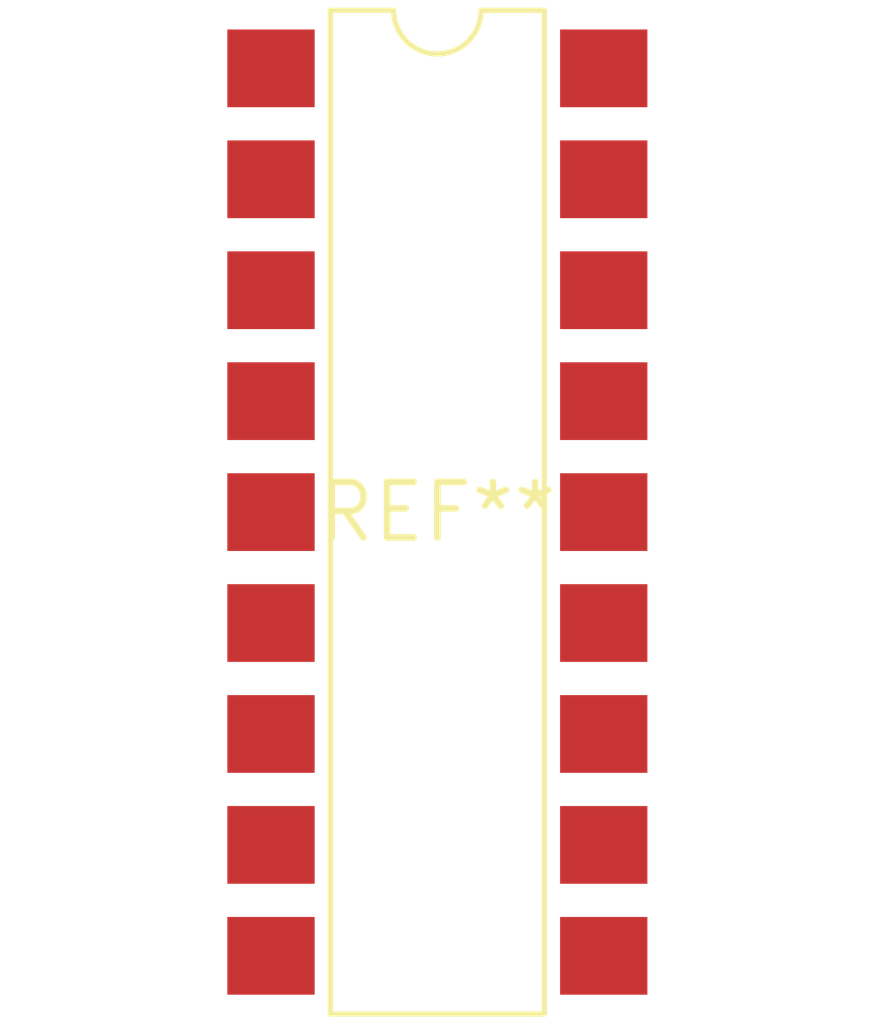
<source format=kicad_pcb>
(kicad_pcb (version 20240108) (generator pcbnew)
  (layers (0 "F.Cu" signal) (31 "B.Cu" signal) (34 "B.Paste" user) (35 "F.Paste" user) (36 "B.SilkS" user "B.Silkscreen") (37 "F.SilkS" user "F.Silkscreen") (38 "B.Mask" user) (39 "F.Mask" user) (44 "Edge.Cuts" user))
  (net 0 "")
  (footprint "SMDIP-18_W7.62mm" (layer "F.Cu") (at 0 0)
    (property "Reference" "REF**")
    (property "Value" "SMDIP-18_W7.62mm")
    (fp_line (start -2.45 -11.49) (end -2.45 11.49) (layer "F.SilkS") (stroke (width 0.12)))
    (fp_line (start -2.45 11.49) (end 2.45 11.49) (layer "F.SilkS") (stroke (width 0.12)))
    (fp_line (start -1 -11.49) (end -2.45 -11.49) (layer "F.SilkS") (stroke (width 0.12)))
    (fp_line (start 2.45 -11.49) (end 1 -11.49) (layer "F.SilkS") (stroke (width 0.12)))
    (fp_line (start 2.45 11.49) (end 2.45 -11.49) (layer "F.SilkS") (stroke (width 0.12)))
    (fp_arc (start 1 -11.49) (mid 0 -10.49) (end -1 -11.49) (layer "F.SilkS") (stroke (width 0.12)))
    (pad "1" smd rect (at -3.81 -10.16) (size 2 1.78) (layers "F.Cu" "F.Paste" "F.Mask"))
    (pad "2" smd rect (at -3.81 -7.62) (size 2 1.78) (layers "F.Cu" "F.Paste" "F.Mask"))
    (pad "3" smd rect (at -3.81 -5.08) (size 2 1.78) (layers "F.Cu" "F.Paste" "F.Mask"))
    (pad "4" smd rect (at -3.81 -2.54) (size 2 1.78) (layers "F.Cu" "F.Paste" "F.Mask"))
    (pad "5" smd rect (at -3.81 0) (size 2 1.78) (layers "F.Cu" "F.Paste" "F.Mask"))
    (pad "6" smd rect (at -3.81 2.54) (size 2 1.78) (layers "F.Cu" "F.Paste" "F.Mask"))
    (pad "7" smd rect (at -3.81 5.08) (size 2 1.78) (layers "F.Cu" "F.Paste" "F.Mask"))
    (pad "8" smd rect (at -3.81 7.62) (size 2 1.78) (layers "F.Cu" "F.Paste" "F.Mask"))
    (pad "9" smd rect (at -3.81 10.16) (size 2 1.78) (layers "F.Cu" "F.Paste" "F.Mask"))
    (pad "10" smd rect (at 3.81 10.16) (size 2 1.78) (layers "F.Cu" "F.Paste" "F.Mask"))
    (pad "11" smd rect (at 3.81 7.62) (size 2 1.78) (layers "F.Cu" "F.Paste" "F.Mask"))
    (pad "12" smd rect (at 3.81 5.08) (size 2 1.78) (layers "F.Cu" "F.Paste" "F.Mask"))
    (pad "13" smd rect (at 3.81 2.54) (size 2 1.78) (layers "F.Cu" "F.Paste" "F.Mask"))
    (pad "14" smd rect (at 3.81 0) (size 2 1.78) (layers "F.Cu" "F.Paste" "F.Mask"))
    (pad "15" smd rect (at 3.81 -2.54) (size 2 1.78) (layers "F.Cu" "F.Paste" "F.Mask"))
    (pad "16" smd rect (at 3.81 -5.08) (size 2 1.78) (layers "F.Cu" "F.Paste" "F.Mask"))
    (pad "17" smd rect (at 3.81 -7.62) (size 2 1.78) (layers "F.Cu" "F.Paste" "F.Mask"))
    (pad "18" smd rect (at 3.81 -10.16) (size 2 1.78) (layers "F.Cu" "F.Paste" "F.Mask"))
  )
)
</source>
